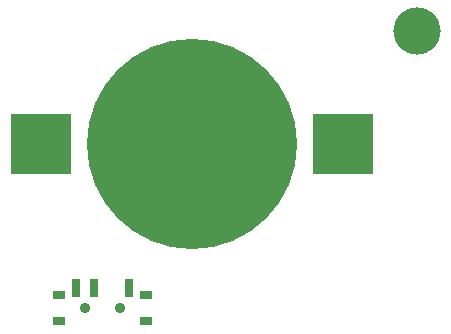
<source format=gbr>
%TF.GenerationSoftware,KiCad,Pcbnew,7.0.5-4d25ed1034~172~ubuntu22.04.1*%
%TF.CreationDate,2023-06-16T00:18:41+02:00*%
%TF.ProjectId,guitarra,67756974-6172-4726-912e-6b696361645f,rev?*%
%TF.SameCoordinates,Original*%
%TF.FileFunction,Soldermask,Bot*%
%TF.FilePolarity,Negative*%
%FSLAX46Y46*%
G04 Gerber Fmt 4.6, Leading zero omitted, Abs format (unit mm)*
G04 Created by KiCad (PCBNEW 7.0.5-4d25ed1034~172~ubuntu22.04.1) date 2023-06-16 00:18:41*
%MOMM*%
%LPD*%
G01*
G04 APERTURE LIST*
%ADD10R,1.000000X0.800000*%
%ADD11C,0.900000*%
%ADD12R,0.700000X1.500000*%
%ADD13C,4.000000*%
%ADD14C,17.800000*%
%ADD15R,5.100000X5.100000*%
G04 APERTURE END LIST*
D10*
%TO.C,SW1*%
X104900000Y-70330000D03*
X104900000Y-68120000D03*
D11*
X102750000Y-69230000D03*
X99750000Y-69230000D03*
D10*
X97600000Y-70330000D03*
X97600000Y-68120000D03*
D12*
X99000000Y-67470000D03*
X100500000Y-67470000D03*
X103500000Y-67470000D03*
%TD*%
D13*
%TO.C,REF\u002A\u002A*%
X127900000Y-45750000D03*
%TD*%
D14*
%TO.C,BT1*%
X108840000Y-55340000D03*
D15*
X96040000Y-55340000D03*
X121640000Y-55340000D03*
%TD*%
M02*

</source>
